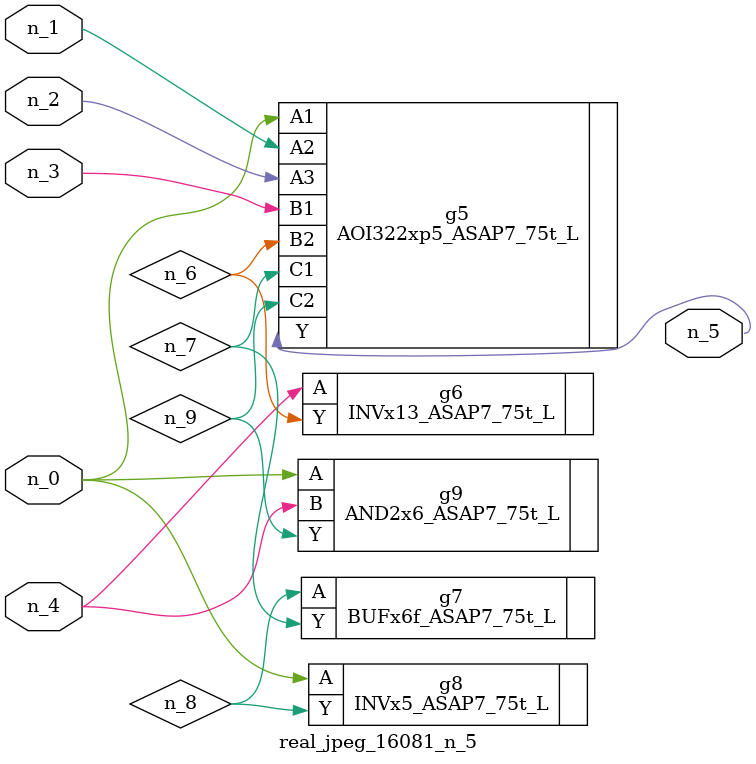
<source format=v>
module real_jpeg_16081_n_5 (n_4, n_0, n_1, n_2, n_3, n_5);

input n_4;
input n_0;
input n_1;
input n_2;
input n_3;

output n_5;

wire n_8;
wire n_6;
wire n_7;
wire n_9;

AOI322xp5_ASAP7_75t_L g5 ( 
.A1(n_0),
.A2(n_1),
.A3(n_2),
.B1(n_3),
.B2(n_6),
.C1(n_7),
.C2(n_9),
.Y(n_5)
);

INVx5_ASAP7_75t_L g8 ( 
.A(n_0),
.Y(n_8)
);

AND2x6_ASAP7_75t_L g9 ( 
.A(n_0),
.B(n_4),
.Y(n_9)
);

INVx13_ASAP7_75t_L g6 ( 
.A(n_4),
.Y(n_6)
);

BUFx6f_ASAP7_75t_L g7 ( 
.A(n_8),
.Y(n_7)
);


endmodule
</source>
